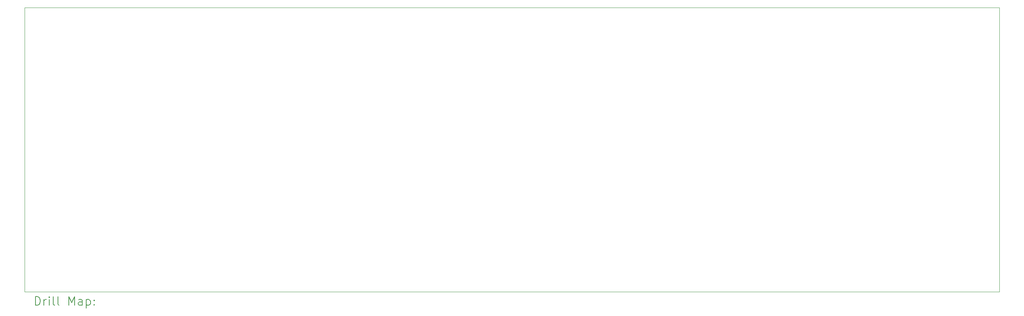
<source format=gbr>
%TF.GenerationSoftware,KiCad,Pcbnew,6.0.8+dfsg-1~bpo11+1*%
%TF.CreationDate,2023-05-15T15:14:59-04:00*%
%TF.ProjectId,08_padded_interleaved_loose,30385f70-6164-4646-9564-5f696e746572,rev?*%
%TF.SameCoordinates,Original*%
%TF.FileFunction,Drillmap*%
%TF.FilePolarity,Positive*%
%FSLAX45Y45*%
G04 Gerber Fmt 4.5, Leading zero omitted, Abs format (unit mm)*
G04 Created by KiCad (PCBNEW 6.0.8+dfsg-1~bpo11+1) date 2023-05-15 15:14:59*
%MOMM*%
%LPD*%
G01*
G04 APERTURE LIST*
%ADD10C,0.100000*%
%ADD11C,0.200000*%
G04 APERTURE END LIST*
D10*
X4217500Y-4700000D02*
X27005000Y-4700000D01*
X27005000Y-4700000D02*
X27005000Y-11355000D01*
X27005000Y-11355000D02*
X4217500Y-11355000D01*
X4217500Y-11355000D02*
X4217500Y-4700000D01*
D11*
X4470119Y-11670476D02*
X4470119Y-11470476D01*
X4517738Y-11470476D01*
X4546310Y-11480000D01*
X4565357Y-11499048D01*
X4574881Y-11518095D01*
X4584405Y-11556190D01*
X4584405Y-11584762D01*
X4574881Y-11622857D01*
X4565357Y-11641905D01*
X4546310Y-11660952D01*
X4517738Y-11670476D01*
X4470119Y-11670476D01*
X4670119Y-11670476D02*
X4670119Y-11537143D01*
X4670119Y-11575238D02*
X4679643Y-11556190D01*
X4689167Y-11546667D01*
X4708214Y-11537143D01*
X4727262Y-11537143D01*
X4793929Y-11670476D02*
X4793929Y-11537143D01*
X4793929Y-11470476D02*
X4784405Y-11480000D01*
X4793929Y-11489524D01*
X4803452Y-11480000D01*
X4793929Y-11470476D01*
X4793929Y-11489524D01*
X4917738Y-11670476D02*
X4898690Y-11660952D01*
X4889167Y-11641905D01*
X4889167Y-11470476D01*
X5022500Y-11670476D02*
X5003452Y-11660952D01*
X4993929Y-11641905D01*
X4993929Y-11470476D01*
X5251071Y-11670476D02*
X5251071Y-11470476D01*
X5317738Y-11613333D01*
X5384405Y-11470476D01*
X5384405Y-11670476D01*
X5565357Y-11670476D02*
X5565357Y-11565714D01*
X5555833Y-11546667D01*
X5536786Y-11537143D01*
X5498690Y-11537143D01*
X5479643Y-11546667D01*
X5565357Y-11660952D02*
X5546310Y-11670476D01*
X5498690Y-11670476D01*
X5479643Y-11660952D01*
X5470119Y-11641905D01*
X5470119Y-11622857D01*
X5479643Y-11603809D01*
X5498690Y-11594286D01*
X5546310Y-11594286D01*
X5565357Y-11584762D01*
X5660595Y-11537143D02*
X5660595Y-11737143D01*
X5660595Y-11546667D02*
X5679643Y-11537143D01*
X5717738Y-11537143D01*
X5736786Y-11546667D01*
X5746309Y-11556190D01*
X5755833Y-11575238D01*
X5755833Y-11632381D01*
X5746309Y-11651428D01*
X5736786Y-11660952D01*
X5717738Y-11670476D01*
X5679643Y-11670476D01*
X5660595Y-11660952D01*
X5841548Y-11651428D02*
X5851071Y-11660952D01*
X5841548Y-11670476D01*
X5832024Y-11660952D01*
X5841548Y-11651428D01*
X5841548Y-11670476D01*
X5841548Y-11546667D02*
X5851071Y-11556190D01*
X5841548Y-11565714D01*
X5832024Y-11556190D01*
X5841548Y-11546667D01*
X5841548Y-11565714D01*
M02*

</source>
